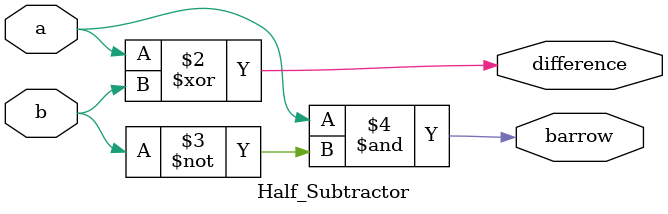
<source format=v>
`timescale 1ns / 1ps
module Half_Subtractor(a,b,difference,barrow);
input a,b;
output reg difference,barrow;
always@(a,b)
begin
	difference<=a^b;
	barrow<=a&(~b);
end
endmodule

</source>
